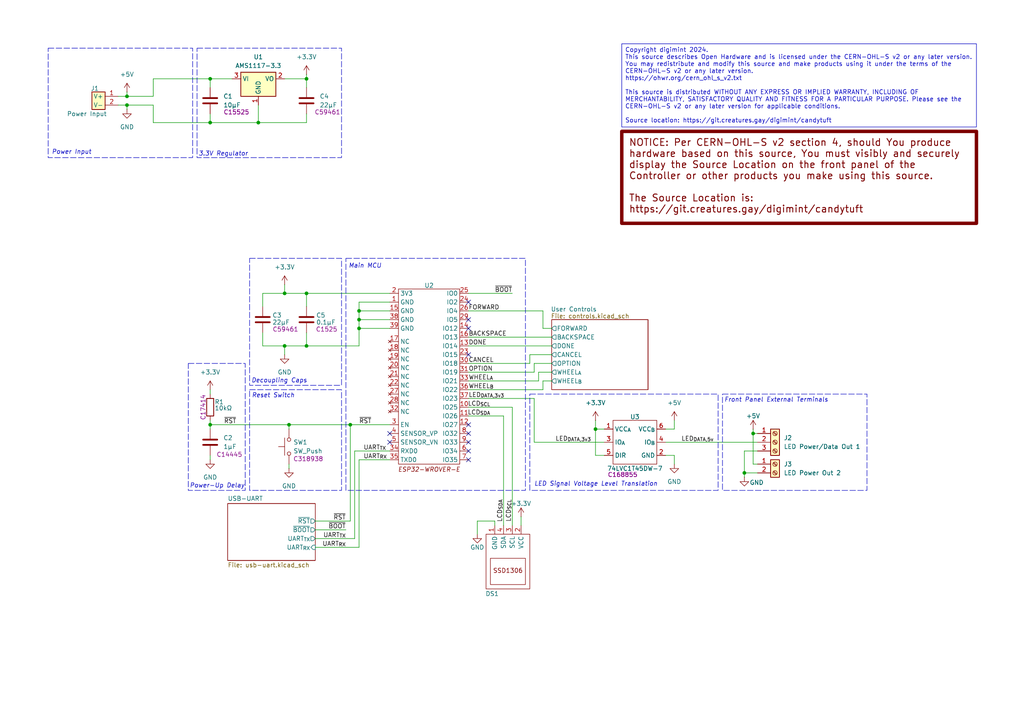
<source format=kicad_sch>
(kicad_sch (version 20231120) (generator "eeschema") (generator_version "8.0")
  (paper "A4")
  (title_block (title "Candytuft WS2811 Controller - Top Level") (date "2024-10-18") (rev "1") (company "https://git.creatures.gay/digimint/candytuft") (comment 3 "Licensed under the CERN OHL-S v2") (comment 4 "Copyright 2024 digimint"))
  (lib_symbols
    (symbol "Connector:Screw_Terminal_01x02" (pin_names (offset 1.016) hide)
      (property "Reference" "J" (at 0 2.54 0))
      (property "Value" "Screw_Terminal_01x02" (at 0 -5.08 0))
      (symbol "Screw_Terminal_01x02_1_1"
        (rectangle (start -1.27 1.27) (end 1.27 -3.81) (stroke (width 0.254)) (fill (type background)))
        (circle (center 0 -2.54) (radius 0.635) (stroke (width 0.1524)))
        (polyline (pts (xy -0.5334 -2.2098) (xy 0.3302 -3.048)) (stroke (width 0.1524)))
        (polyline (pts (xy -0.5334 0.3302) (xy 0.3302 -0.508)) (stroke (width 0.1524)))
        (polyline (pts (xy -0.3556 -2.032) (xy 0.508 -2.8702)) (stroke (width 0.1524)))
        (polyline (pts (xy -0.3556 0.508) (xy 0.508 -0.3302)) (stroke (width 0.1524)))
        (circle (center 0 0) (radius 0.635) (stroke (width 0.1524)))
        (pin passive line (at -5.08 0 0) (length 3.81) (name "Pin_1") (number "1"))
        (pin passive line (at -5.08 -2.54 0) (length 3.81) (name "Pin_2") (number "2"))
      )
    )
    (symbol "Connector:Screw_Terminal_01x03" (pin_names (offset 1.016) hide)
      (property "Reference" "J" (at 0 5.08 0))
      (property "Value" "Screw_Terminal_01x03" (at 0 -5.08 0))
      (symbol "Screw_Terminal_01x03_1_1"
        (rectangle (start -1.27 3.81) (end 1.27 -3.81) (stroke (width 0.254)) (fill (type background)))
        (circle (center 0 -2.54) (radius 0.635) (stroke (width 0.1524)))
        (polyline (pts (xy -0.5334 -2.2098) (xy 0.3302 -3.048)) (stroke (width 0.1524)))
        (polyline (pts (xy -0.5334 0.3302) (xy 0.3302 -0.508)) (stroke (width 0.1524)))
        (polyline (pts (xy -0.5334 2.8702) (xy 0.3302 2.032)) (stroke (width 0.1524)))
        (polyline (pts (xy -0.3556 -2.032) (xy 0.508 -2.8702)) (stroke (width 0.1524)))
        (polyline (pts (xy -0.3556 0.508) (xy 0.508 -0.3302)) (stroke (width 0.1524)))
        (polyline (pts (xy -0.3556 3.048) (xy 0.508 2.2098)) (stroke (width 0.1524)))
        (circle (center 0 0) (radius 0.635) (stroke (width 0.1524)))
        (circle (center 0 2.54) (radius 0.635) (stroke (width 0.1524)))
        (pin passive line (at -5.08 2.54 0) (length 3.81) (name "Pin_1") (number "1"))
        (pin passive line (at -5.08 0 0) (length 3.81) (name "Pin_2") (number "2"))
        (pin passive line (at -5.08 -2.54 0) (length 3.81) (name "Pin_3") (number "3"))
      )
    )
    (symbol "Device:C" (pin_numbers hide) (pin_names (offset 0.254))
      (property "Reference" "C" (at 0.635 2.54 0))
      (property "Value" "C" (at 0.635 -2.54 0))
      (symbol "C_0_1"
        (polyline (pts (xy -2.032 -0.762) (xy 2.032 -0.762)) (stroke (width 0.508)))
        (polyline (pts (xy -2.032 0.762) (xy 2.032 0.762)) (stroke (width 0.508)))
      )
      (symbol "C_1_1"
        (pin passive line (at 0 3.81 270) (length 2.794) (name "~") (number "1"))
        (pin passive line (at 0 -3.81 90) (length 2.794) (name "~") (number "2"))
      )
    )
    (symbol "Device:R" (pin_numbers hide) (pin_names (offset 0))
      (property "Reference" "R" (at 2.032 0 90))
      (property "Value" "R" (at 0 0 90))
      (symbol "R_0_1"
        (rectangle (start -1.016 -2.54) (end 1.016 2.54) (stroke (width 0.254)))
      )
      (symbol "R_1_1"
        (pin passive line (at 0 3.81 270) (length 1.27) (name "~") (number "1"))
        (pin passive line (at 0 -3.81 90) (length 1.27) (name "~") (number "2"))
      )
    )
    (symbol "Regulator_Linear:AMS1117-3.3"
      (property "Reference" "U" (at -3.81 3.175 0))
      (property "Value" "AMS1117-3.3" (at 0 3.175 0))
      (symbol "AMS1117-3.3_0_1"
        (rectangle (start -5.08 -5.08) (end 5.08 1.905) (stroke (width 0.254)) (fill (type background)))
      )
      (symbol "AMS1117-3.3_1_1"
        (pin power_in line (at 0 -7.62 90) (length 2.54) (name "GND") (number "1"))
        (pin power_out line (at 7.62 0 180) (length 2.54) (name "VO") (number "2"))
        (pin power_in line (at -7.62 0 0) (length 2.54) (name "VI") (number "3"))
      )
    )
    (symbol "Switch:SW_Push" (pin_numbers hide) (pin_names (offset 1.016) hide)
      (property "Reference" "SW" (at 1.27 2.54 0))
      (property "Value" "SW_Push" (at 0 -1.524 0))
      (symbol "SW_Push_0_1"
        (circle (center -2.032 0) (radius 0.508))
        (polyline (pts (xy 0 1.27) (xy 0 3.048)))
        (polyline (pts (xy 2.54 1.27) (xy -2.54 1.27)))
        (circle (center 2.032 0) (radius 0.508))
        (pin passive line (at -5.08 0 0) (length 2.54) (name "1") (number "1"))
        (pin passive line (at 5.08 0 180) (length 2.54) (name "2") (number "2"))
      )
    )
    (symbol "candytuft:74LVC1T45DW-7"
      (property "Reference" "U" (at -5.334 7.366 0))
      (property "Value" "74LVC1T45DW-7" (at 0.254 -7.62 0))
      (symbol "74LVC1T45DW-7_0_1"
        (rectangle (start -6.35 6.35) (end 6.35 -6.35))
      )
      (symbol "74LVC1T45DW-7_1_1"
        (pin power_in line (at -8.89 3.81 0) (length 2.54) (name "VCC_{A}") (number "1"))
        (pin power_in line (at 8.89 -3.81 180) (length 2.54) (name "GND") (number "2"))
        (pin bidirectional line (at -8.89 0 0) (length 2.54) (name "IO_{A}") (number "3"))
        (pin bidirectional line (at 8.89 0 180) (length 2.54) (name "IO_{B}") (number "4"))
        (pin input line (at -8.89 -3.81 0) (length 2.54) (name "DIR") (number "5"))
        (pin power_in line (at 8.89 3.81 180) (length 2.54) (name "VCC_{B}") (number "6"))
      )
    )
    (symbol "candytuft:ESP32-WROVER-E"
      (property "Reference" "U" (at -8.128 26.416 0))
      (symbol "ESP32-WROVER-E_0_1"
        (rectangle (start -8.89 25.4) (end 8.89 -25.4))
      )
      (symbol "ESP32-WROVER-E_1_1"
        (text "ESP32-WROVER-E" (at 0 -26.924 0) (effects (font (size 1.27 1.27) (italic yes))))
        (pin power_in line (at -11.43 21.59 0) (length 2.54) (name "GND") (number "1"))
        (pin bidirectional line (at 11.43 -8.89 180) (length 2.54) (name "IO25") (number "10"))
        (pin bidirectional line (at 11.43 -11.43 180) (length 2.54) (name "IO26") (number "11"))
        (pin bidirectional line (at 11.43 -13.97 180) (length 2.54) (name "IO27") (number "12"))
        (pin bidirectional line (at 11.43 8.89 180) (length 2.54) (name "IO14") (number "13"))
        (pin bidirectional line (at 11.43 13.97 180) (length 2.54) (name "IO12") (number "14"))
        (pin power_in line (at -11.43 19.05 0) (length 2.54) (name "GND") (number "15"))
        (pin bidirectional line (at 11.43 11.43 180) (length 2.54) (name "IO13") (number "16"))
        (pin no_connect line (at -11.43 10.16 0) (length 2.54) (name "NC") (number "17"))
        (pin no_connect line (at -11.43 7.62 0) (length 2.54) (name "NC") (number "18"))
        (pin no_connect line (at -11.43 5.08 0) (length 2.54) (name "NC") (number "19"))
        (pin power_in line (at -11.43 24.13 0) (length 2.54) (name "3V3") (number "2"))
        (pin no_connect line (at -11.43 2.54 0) (length 2.54) (name "NC") (number "20"))
        (pin no_connect line (at -11.43 0 0) (length 2.54) (name "NC") (number "21"))
        (pin no_connect line (at -11.43 -2.54 0) (length 2.54) (name "NC") (number "22"))
        (pin bidirectional line (at 11.43 6.35 180) (length 2.54) (name "IO15") (number "23"))
        (pin bidirectional line (at 11.43 21.59 180) (length 2.54) (name "IO2") (number "24"))
        (pin bidirectional line (at 11.43 24.13 180) (length 2.54) (name "IO0") (number "25"))
        (pin bidirectional line (at 11.43 19.05 180) (length 2.54) (name "IO4") (number "26"))
        (pin no_connect line (at -11.43 -5.08 0) (length 2.54) (name "NC") (number "27"))
        (pin no_connect line (at -11.43 -7.62 0) (length 2.54) (name "NC") (number "28"))
        (pin bidirectional line (at 11.43 16.51 180) (length 2.54) (name "IO5") (number "29"))
        (pin input line (at -11.43 -13.97 0) (length 2.54) (name "EN") (number "3"))
        (pin bidirectional line (at 11.43 3.81 180) (length 2.54) (name "IO18") (number "30"))
        (pin bidirectional line (at 11.43 1.27 180) (length 2.54) (name "IO19") (number "31"))
        (pin no_connect line (at -11.43 -10.16 0) (length 2.54) (name "NC") (number "32"))
        (pin bidirectional line (at 11.43 -1.27 180) (length 2.54) (name "IO21") (number "33"))
        (pin bidirectional line (at -11.43 -21.59 0) (length 2.54) (name "RXD0") (number "34"))
        (pin bidirectional line (at -11.43 -24.13 0) (length 2.54) (name "TXD0") (number "35"))
        (pin bidirectional line (at 11.43 -3.81 180) (length 2.54) (name "IO22") (number "36"))
        (pin bidirectional line (at 11.43 -6.35 180) (length 2.54) (name "IO23") (number "37"))
        (pin power_in line (at -11.43 16.51 0) (length 2.54) (name "GND") (number "38"))
        (pin power_in line (at -11.43 13.97 0) (length 2.54) (name "GND") (number "39"))
        (pin input line (at -11.43 -16.51 0) (length 2.54) (name "SENSOR_VP") (number "4"))
        (pin input line (at -11.43 -19.05 0) (length 2.54) (name "SENSOR_VN") (number "5"))
        (pin input line (at 11.43 -21.59 180) (length 2.54) (name "IO34") (number "6"))
        (pin input line (at 11.43 -24.13 180) (length 2.54) (name "IO35") (number "7"))
        (pin bidirectional line (at 11.43 -16.51 180) (length 2.54) (name "IO32") (number "8"))
        (pin bidirectional line (at 11.43 -19.05 180) (length 2.54) (name "IO33") (number "9"))
      )
    )
    (symbol "candytuft:Power_Input"
      (property "Reference" "J" (at 1.778 3.556 0))
      (symbol "Power_Input_1_1"
        (rectangle (start 1.27 2.54) (end 5.08 -2.54) (stroke (width 0.254)) (fill (type background)))
        (pin power_out line (at -2.54 1.27 0) (length 3.81) (name "V+") (number "1"))
        (pin power_out line (at -2.54 -1.27 0) (length 3.81) (name "V-") (number "2"))
      )
    )
    (symbol "candytuft:SSD1306_IIC_Connector"
      (property "Reference" "DS" (at 8.509 -7.366 0))
      (symbol "SSD1306_IIC_Connector_0_1"
        (rectangle (start -6.35 6.35) (end 9.525 -6.35))
        (rectangle (start 8.255 -5.08) (end 0.635 5.08))
      )
      (symbol "SSD1306_IIC_Connector_1_1"
        (text "SSD1306" (at 4.191 0 900) (effects (font (size 1.27 1.27))))
        (pin power_in line (at -8.89 -3.81 0) (length 2.54) (name "GND") (number "1"))
        (pin power_in line (at -8.89 3.81 0) (length 2.54) (name "VCC") (number "2"))
        (pin bidirectional line (at -8.89 1.27 0) (length 2.54) (name "SCL") (number "3"))
        (pin bidirectional line (at -8.89 -1.27 0) (length 2.54) (name "SDA") (number "4"))
      )
    )
    (symbol "power:+3.3V" (power) (pin_numbers hide) (pin_names (offset 0) hide)
      (property "Value" "+3.3V" (at 0 3.556 0))
      (symbol "+3.3V_0_1"
        (polyline (pts (xy -0.762 1.27) (xy 0 2.54)))
        (polyline (pts (xy 0 0) (xy 0 2.54)))
        (polyline (pts (xy 0 2.54) (xy 0.762 1.27)))
      )
      (symbol "+3.3V_1_1"
        (pin power_in line (at 0 0 90) (length 0) (name "~") (number "1"))
      )
    )
    (symbol "power:+5V" (power) (pin_numbers hide) (pin_names (offset 0) hide)
      (property "Value" "+5V" (at 0 3.556 0))
      (symbol "+5V_0_1"
        (polyline (pts (xy -0.762 1.27) (xy 0 2.54)))
        (polyline (pts (xy 0 0) (xy 0 2.54)))
        (polyline (pts (xy 0 2.54) (xy 0.762 1.27)))
      )
      (symbol "+5V_1_1"
        (pin power_in line (at 0 0 90) (length 0) (name "~") (number "1"))
      )
    )
    (symbol "power:GND" (power) (pin_numbers hide) (pin_names (offset 0) hide)
      (property "Value" "GND" (at 0 -3.81 0))
      (symbol "GND_0_1"
        (polyline (pts (xy 0 0) (xy 0 -1.27) (xy 1.27 -1.27) (xy 0 -2.54) (xy -1.27 -1.27) (xy 0 -1.27)))
      )
      (symbol "GND_1_1"
        (pin power_in line (at 0 0 270) (length 0) (name "~") (number "1"))
      )
    )
  )
  (junction (at 172.72 124.46))
  (junction (at 60.96 35.56))
  (junction (at 104.14 95.25))
  (junction (at 82.55 85.09))
  (junction (at 88.9 22.86))
  (junction (at 82.55 100.33))
  (junction (at 88.9 100.33))
  (junction (at 88.9 85.09))
  (junction (at 104.14 92.71))
  (junction (at 60.96 22.86))
  (junction (at 104.14 90.17))
  (junction (at 101.6 123.19))
  (junction (at 74.93 35.56))
  (junction (at 83.82 123.19))
  (junction (at 60.96 123.19))
  (junction (at 218.44 125.73))
  (junction (at 36.83 27.94))
  (junction (at 36.83 30.48))
  (junction (at 215.9 137.16))
  (no_connect (at 113.03 128.27))
  (no_connect (at 135.89 125.73))
  (no_connect (at 113.03 125.73))
  (no_connect (at 135.89 95.25))
  (no_connect (at 135.89 92.71))
  (no_connect (at 135.89 128.27))
  (no_connect (at 135.89 87.63))
  (no_connect (at 135.89 123.19))
  (no_connect (at 135.89 130.81))
  (no_connect (at 135.89 133.35))
  (no_connect (at 135.89 102.87))
  (wire (pts (xy 101.6 123.19) (xy 101.6 151.13)))
  (wire (pts (xy 104.14 87.63) (xy 104.14 90.17)))
  (wire (pts (xy 104.14 90.17) (xy 113.03 90.17)))
  (wire (pts (xy 36.83 30.48) (xy 36.83 31.75)))
  (wire (pts (xy 154.94 107.95) (xy 154.94 105.41)))
  (wire (pts (xy 44.45 35.56) (xy 60.96 35.56)))
  (wire (pts (xy 82.55 100.33) (xy 82.55 102.87)))
  (wire (pts (xy 218.44 125.73) (xy 218.44 134.62)))
  (wire (pts (xy 91.44 151.13) (xy 101.6 151.13)))
  (wire (pts (xy 153.67 102.87) (xy 153.67 105.41)))
  (wire (pts (xy 135.89 118.11) (xy 148.59 118.11)))
  (wire (pts (xy 76.2 100.33) (xy 82.55 100.33)))
  (wire (pts (xy 101.6 123.19) (xy 113.03 123.19)))
  (wire (pts (xy 215.9 138.43) (xy 215.9 137.16)))
  (wire (pts (xy 102.87 130.81) (xy 113.03 130.81)))
  (wire (pts (xy 82.55 22.86) (xy 88.9 22.86)))
  (wire (pts (xy 34.29 27.94) (xy 36.83 27.94)))
  (wire (pts (xy 76.2 96.52) (xy 76.2 100.33)))
  (wire (pts (xy 88.9 85.09) (xy 88.9 88.9)))
  (wire (pts (xy 104.14 90.17) (xy 104.14 92.71)))
  (wire (pts (xy 172.72 124.46) (xy 175.26 124.46)))
  (wire (pts (xy 135.89 85.09) (xy 148.59 85.09)))
  (wire (pts (xy 88.9 22.86) (xy 88.9 25.4)))
  (wire (pts (xy 160.02 107.95) (xy 156.21 107.95)))
  (wire (pts (xy 195.58 124.46) (xy 193.04 124.46)))
  (wire (pts (xy 44.45 27.94) (xy 44.45 22.86)))
  (wire (pts (xy 74.93 35.56) (xy 88.9 35.56)))
  (wire (pts (xy 160.02 102.87) (xy 153.67 102.87)))
  (wire (pts (xy 102.87 130.81) (xy 102.87 156.21)))
  (wire (pts (xy 151.13 152.4) (xy 151.13 149.86)))
  (wire (pts (xy 153.67 105.41) (xy 135.89 105.41)))
  (wire (pts (xy 76.2 85.09) (xy 82.55 85.09)))
  (wire (pts (xy 135.89 100.33) (xy 160.02 100.33)))
  (wire (pts (xy 146.05 120.65) (xy 146.05 152.4)))
  (wire (pts (xy 154.94 128.27) (xy 175.26 128.27)))
  (wire (pts (xy 104.14 133.35) (xy 113.03 133.35)))
  (wire (pts (xy 88.9 100.33) (xy 88.9 96.52)))
  (wire (pts (xy 218.44 125.73) (xy 219.71 125.73)))
  (wire (pts (xy 172.72 121.92) (xy 172.72 124.46)))
  (wire (pts (xy 218.44 134.62) (xy 219.71 134.62)))
  (wire (pts (xy 104.14 92.71) (xy 104.14 95.25)))
  (wire (pts (xy 44.45 22.86) (xy 60.96 22.86)))
  (wire (pts (xy 154.94 105.41) (xy 160.02 105.41)))
  (wire (pts (xy 91.44 158.75) (xy 104.14 158.75)))
  (wire (pts (xy 60.96 123.19) (xy 83.82 123.19)))
  (wire (pts (xy 44.45 30.48) (xy 44.45 35.56)))
  (wire (pts (xy 218.44 124.46) (xy 218.44 125.73)))
  (wire (pts (xy 143.51 151.13) (xy 138.43 151.13)))
  (wire (pts (xy 104.14 95.25) (xy 104.14 100.33)))
  (wire (pts (xy 60.96 113.03) (xy 60.96 114.3)))
  (wire (pts (xy 60.96 33.02) (xy 60.96 35.56)))
  (wire (pts (xy 88.9 85.09) (xy 113.03 85.09)))
  (wire (pts (xy 36.83 27.94) (xy 44.45 27.94)))
  (wire (pts (xy 36.83 26.67) (xy 36.83 27.94)))
  (wire (pts (xy 135.89 115.57) (xy 154.94 115.57)))
  (wire (pts (xy 88.9 100.33) (xy 104.14 100.33)))
  (wire (pts (xy 34.29 30.48) (xy 36.83 30.48)))
  (wire (pts (xy 113.03 87.63) (xy 104.14 87.63)))
  (wire (pts (xy 156.21 107.95) (xy 156.21 110.49)))
  (wire (pts (xy 91.44 156.21) (xy 102.87 156.21)))
  (wire (pts (xy 82.55 85.09) (xy 88.9 85.09)))
  (wire (pts (xy 60.96 25.4) (xy 60.96 22.86)))
  (wire (pts (xy 100.33 153.67) (xy 91.44 153.67)))
  (wire (pts (xy 157.48 90.17) (xy 135.89 90.17)))
  (wire (pts (xy 215.9 130.81) (xy 219.71 130.81)))
  (wire (pts (xy 82.55 100.33) (xy 88.9 100.33)))
  (wire (pts (xy 88.9 35.56) (xy 88.9 33.02)))
  (wire (pts (xy 104.14 92.71) (xy 113.03 92.71)))
  (wire (pts (xy 104.14 95.25) (xy 113.03 95.25)))
  (wire (pts (xy 88.9 21.59) (xy 88.9 22.86)))
  (wire (pts (xy 160.02 95.25) (xy 157.48 95.25)))
  (wire (pts (xy 60.96 133.35) (xy 60.96 132.08)))
  (wire (pts (xy 135.89 120.65) (xy 146.05 120.65)))
  (wire (pts (xy 83.82 135.89) (xy 83.82 134.62)))
  (wire (pts (xy 82.55 82.55) (xy 82.55 85.09)))
  (wire (pts (xy 148.59 118.11) (xy 148.59 152.4)))
  (wire (pts (xy 157.48 113.03) (xy 157.48 110.49)))
  (wire (pts (xy 172.72 124.46) (xy 172.72 132.08)))
  (wire (pts (xy 83.82 124.46) (xy 83.82 123.19)))
  (wire (pts (xy 104.14 133.35) (xy 104.14 158.75)))
  (wire (pts (xy 60.96 22.86) (xy 67.31 22.86)))
  (wire (pts (xy 143.51 151.13) (xy 143.51 152.4)))
  (wire (pts (xy 215.9 137.16) (xy 219.71 137.16)))
  (wire (pts (xy 195.58 132.08) (xy 195.58 134.62)))
  (wire (pts (xy 76.2 85.09) (xy 76.2 88.9)))
  (wire (pts (xy 193.04 132.08) (xy 195.58 132.08)))
  (wire (pts (xy 175.26 132.08) (xy 172.72 132.08)))
  (wire (pts (xy 195.58 121.92) (xy 195.58 124.46)))
  (wire (pts (xy 154.94 115.57) (xy 154.94 128.27)))
  (wire (pts (xy 135.89 110.49) (xy 156.21 110.49)))
  (wire (pts (xy 215.9 130.81) (xy 215.9 137.16)))
  (wire (pts (xy 60.96 35.56) (xy 74.93 35.56)))
  (wire (pts (xy 60.96 121.92) (xy 60.96 123.19)))
  (wire (pts (xy 157.48 110.49) (xy 160.02 110.49)))
  (wire (pts (xy 157.48 95.25) (xy 157.48 90.17)))
  (wire (pts (xy 138.43 151.13) (xy 138.43 154.94)))
  (wire (pts (xy 135.89 97.79) (xy 160.02 97.79)))
  (wire (pts (xy 135.89 107.95) (xy 154.94 107.95)))
  (wire (pts (xy 36.83 30.48) (xy 44.45 30.48)))
  (wire (pts (xy 193.04 128.27) (xy 219.71 128.27)))
  (wire (pts (xy 135.89 113.03) (xy 157.48 113.03)))
  (wire (pts (xy 60.96 123.19) (xy 60.96 124.46)))
  (wire (pts (xy 74.93 30.48) (xy 74.93 35.56)))
  (wire (pts (xy 83.82 123.19) (xy 101.6 123.19)))
  (rectangle (start 54.61 105.41) (end 71.12 142.24) (stroke (width 0) (type dash)))
  (rectangle (start 100.33 74.93) (end 152.4 142.24) (stroke (width 0) (type dash)))
  (rectangle (start 72.39 74.93) (end 99.06 111.76) (stroke (width 0) (type dash)))
  (rectangle (start 209.55 114.3) (end 251.46 142.24) (stroke (width 0) (type dash)))
  (rectangle (start 13.97 13.97) (end 55.88 45.72) (stroke (width 0) (type dash)))
  (rectangle (start 153.67 114.3) (end 208.28 142.24) (stroke (width 0) (type dash)))
  (rectangle (start 57.15 13.97) (end 99.06 45.72) (stroke (width 0) (type dash)))
  (rectangle (start 72.39 113.03) (end 99.06 142.24) (stroke (width 0) (type dash)))
  (text_box "Copyright digimint 2024.\nThis source describes Open Hardware and is licensed under the CERN-OHL-S v2 or any later version.\nYou may redistribute and modify this source and make products using it under the terms of the CERN-OHL-S v2 or any later version.\nhttps://ohwr.org/cern_ohl_s_v2.txt\n\nThis source is distributed WITHOUT ANY EXPRESS OR IMPLIED WARRANTY, INCLUDING OF MERCHANTABILITY, SATISFACTORY QUALITY AND FITNESS FOR A PARTICULAR PURPOSE. Please see the CERN-OHL-S v2 or any later version for applicable conditions.\n\nSource location: https://git.creatures.gay/digimint/candytuft" (at 180.34 12.7 0) (size 102.87 24.13) (effects (font (size 1.27 1.27)) (justify left top)))
  (text_box "NOTICE: Per CERN-OHL-S v2 section 4, should You produce hardware based on this source, You must visibly and securely display the Source Location on the front panel of the Controller or other products you make using this source.\n\nThe Source Location is:\nhttps://git.creatures.gay/digimint/candytuft" (at 180.34 38.1 0) (size 102.87 26.67) (stroke (width 1) (color 122 0 0 1)) (effects (font (size 2 2) (thickness 0.254) (bold yes)) (justify left top)))
  (text "Reset Switch" (at 79.248 114.808 0) (effects (font (size 1.27 1.27) (italic yes))))
  (text "Power-Up Delay" (at 62.992 140.97 0) (effects (font (size 1.27 1.27) (italic yes))))
  (text "Main MCU" (at 101.092 77.216 0) (effects (font (size 1.27 1.27) (italic yes)) (justify left)))
  (text "Front Panel External Terminals" (at 210.058 116.078 0) (effects (font (size 1.27 1.27) (italic yes)) (justify left)))
  (text "Power Input" (at 14.986 44.196 0) (effects (font (size 1.27 1.27) (italic yes)) (justify left)))
  (text "LED Signal Voltage Level Translation" (at 154.94 140.462 0) (effects (font (size 1.27 1.27) (italic yes)) (justify left)))
  (text "3.3V Regulator" (at 64.77 44.704 0) (effects (font (size 1.27 1.27) (italic yes))))
  (text "Decoupling Caps" (at 72.898 110.49 0) (effects (font (size 1.27 1.27) (italic yes)) (justify left)))
  (label "DONE" (at 135.89 100.33 0))
  (label "BACKSPACE" (at 135.89 97.79 0))
  (label "~{BOOT}" (at 148.59 85.09 180))
  (label "~{BOOT}" (at 100.33 153.67 180))
  (label "~{RST}" (at 100.33 151.13 180))
  (label "UART_{TX}" (at 105.41 130.81 0))
  (label "LCD_{SCL}" (at 148.59 144.78 270))
  (label "CANCEL" (at 135.89 105.41 0))
  (label "WHEEL_{B}" (at 135.89 113.03 0))
  (label "LED_{DATA,3v3}" (at 135.89 115.57 0))
  (label "UART_{RX}" (at 100.33 158.75 180))
  (label "UART_{RX}" (at 105.41 133.35 0))
  (label "LED_{DATA,5v}" (at 207.01 128.27 180))
  (label "WHEEL_{A}" (at 135.89 110.49 0))
  (label "~{RST}" (at 104.14 123.19 0))
  (label "OPTION" (at 135.89 107.95 0))
  (label "~{RST}" (at 68.58 123.19 180))
  (label "LED_{DATA,3v3}" (at 171.45 128.27 180))
  (label "FORWARD" (at 135.89 90.17 0))
  (label "LCD_{SDA}" (at 142.24 120.65 180))
  (label "LCD_{SCL}" (at 142.24 118.11 180))
  (label "UART_{TX}" (at 100.33 156.21 180))
  (label "LCD_{SDA}" (at 146.05 144.78 270))
  (symbol (lib_id "candytuft:ESP32-WROVER-E") (at 124.46 109.22 0) (unit 1)
    (property "Reference" "U2" (at 124.46 82.804 0))
    (property "Value" "Espressif ESP32 microcontroller with additional SPI PSRAM" (effects (hide yes)))
    (property "Footprint" "candytuft:ESP32-WROVER" (effects (hide yes)))
    (property "Description" "Espressif ESP32 microcontroller with additional SPI PSRAM" (effects (hide yes)))
  )
  (symbol (lib_id "power:+3.3V") (at 82.55 82.55 0) (unit 1)
    (property "Reference" "#PWR05" (effects (hide yes)))
    (property "Value" "+3.3V" (at 82.55 77.47 0))
    (property "Description" "Power symbol creates a global label with name \"+3.3V\"" (effects (hide yes)))
  )
  (symbol (lib_id "Connector:Screw_Terminal_01x03") (at 224.79 128.27 0) (unit 1)
    (property "Reference" "J2" (at 227.33 126.9999 0) (effects (justify left)))
    (property "Value" "LED Power/Data Out 1" (at 227.33 129.5399 0) (effects (justify left)))
    (property "Footprint" "TerminalBlock:TerminalBlock_bornier-3_P5.08mm" (effects (hide yes)))
    (property "Description" "Generic screw terminal, single row, 01x03, script generated (kicad-library-utils/schlib/autogen/connector/)" (effects (hide yes)))
  )
  (symbol (lib_id "power:+5V") (at 195.58 121.92 0) (unit 1)
    (property "Reference" "#PWR012" (effects (hide yes)))
    (property "Value" "+5V" (at 195.58 116.84 0))
    (property "Description" "Power symbol creates a global label with name \"+5V\"" (effects (hide yes)))
  )
  (symbol (lib_id "power:GND") (at 138.43 154.94 0) (unit 1)
    (property "Reference" "#PWR09" (effects (hide yes)))
    (property "Value" "GND" (at 138.43 158.75 0))
    (property "Description" "Power symbol creates a global label with name \"GND\" , ground" (effects (hide yes)))
  )
  (symbol (lib_id "Device:C") (at 76.2 92.71 0) (unit 1)
    (property "Reference" "C3" (at 78.994 91.44 0) (effects (justify left)))
    (property "Value" "22μF" (at 78.994 93.472 0) (effects (justify left)))
    (property "Footprint" "Capacitor_SMD:C_0603_1608Metric" (effects (hide yes)))
    (property "Description" "Unpolarized capacitor" (effects (hide yes)))
    (property "LCSC" "C59461" (at 82.804 95.504 0))
  )
  (symbol (lib_id "power:+3.3V") (at 172.72 121.92 0) (unit 1)
    (property "Reference" "#PWR011" (effects (hide yes)))
    (property "Value" "+3.3V" (at 172.72 116.84 0))
    (property "Description" "Power symbol creates a global label with name \"+3.3V\"" (effects (hide yes)))
  )
  (symbol (lib_id "power:+5V") (at 36.83 26.67 0) (unit 1)
    (property "Reference" "#PWR01" (effects (hide yes)))
    (property "Value" "+5V" (at 36.83 21.59 0))
    (property "Description" "Power symbol creates a global label with name \"+5V\"" (effects (hide yes)))
  )
  (symbol (lib_id "power:GND") (at 36.83 31.75 0) (unit 1)
    (property "Reference" "#PWR02" (effects (hide yes)))
    (property "Value" "GND" (at 36.83 36.83 0))
    (property "Description" "Power symbol creates a global label with name \"GND\" , ground" (effects (hide yes)))
  )
  (symbol (lib_id "Device:R") (at 60.96 118.11 0) (unit 1)
    (property "Reference" "R1" (at 62.23 116.586 0) (effects (justify left)))
    (property "Value" "10kΩ" (at 62.23 118.364 0) (effects (justify left)))
    (property "Footprint" "Resistor_SMD:R_0805_2012Metric" (effects (hide yes)))
    (property "Description" "Resistor" (effects (hide yes)))
    (property "LCSC" "C17414" (at 58.928 118.11 90))
  )
  (symbol (lib_id "power:GND") (at 195.58 134.62 0) (unit 1)
    (property "Reference" "#PWR013" (effects (hide yes)))
    (property "Value" "GND" (at 195.58 139.7 0))
    (property "Description" "Power symbol creates a global label with name \"GND\" , ground" (effects (hide yes)))
  )
  (symbol (lib_id "Device:C") (at 88.9 29.21 0) (unit 1)
    (property "Reference" "C4" (at 92.71 27.9399 0) (effects (justify left)))
    (property "Value" "22μF" (at 92.71 30.4799 0) (effects (justify left)))
    (property "Footprint" "Capacitor_SMD:C_0603_1608Metric" (effects (hide yes)))
    (property "Description" "Unpolarized capacitor" (effects (hide yes)))
    (property "LCSC" "C59461" (at 94.996 32.512 0))
  )
  (symbol (lib_id "power:GND") (at 82.55 102.87 0) (unit 1)
    (property "Reference" "#PWR06" (effects (hide yes)))
    (property "Value" "GND" (at 82.55 107.95 0))
    (property "Description" "Power symbol creates a global label with name \"GND\" , ground" (effects (hide yes)))
  )
  (symbol (lib_id "candytuft:SSD1306_IIC_Connector") (at 147.32 161.29 270) (unit 1)
    (property "Reference" "DS1" (at 142.748 172.212 90))
    (property "Value" "I2C LCD" (effects (hide yes)))
    (property "Footprint" "Connector_PinSocket_2.54mm:PinSocket_1x04_P2.54mm_Vertical" (effects (hide yes)))
  )
  (symbol (lib_id "power:+3.3V") (at 88.9 21.59 0) (unit 1)
    (property "Reference" "#PWR08" (effects (hide yes)))
    (property "Value" "+3.3V" (at 88.9 16.51 0))
    (property "Description" "Power symbol creates a global label with name \"+3.3V\"" (effects (hide yes)))
  )
  (symbol (lib_id "power:+5V") (at 218.44 124.46 0) (unit 1)
    (property "Reference" "#PWR015" (effects (hide yes)))
    (property "Value" "+5V" (at 218.44 120.65 0))
    (property "Description" "Power symbol creates a global label with name \"+5V\"" (effects (hide yes)))
  )
  (symbol (lib_id "candytuft:74LVC1T45DW-7") (at 184.15 128.27 0) (unit 1)
    (property "Reference" "U3" (at 184.15 120.904 0))
    (property "Value" "74LVC1T45DW-7" (at 184.15 135.89 0))
    (property "Footprint" "Package_TO_SOT_SMD:SOT-363_SC-70-6" (effects (hide yes)))
    (property "Description" "Bidirectional voltage translator" (effects (hide yes)))
    (property "LCSC" "C168855" (at 180.594 137.668 0))
  )
  (symbol (lib_id "power:GND") (at 60.96 133.35 0) (unit 1)
    (property "Reference" "#PWR04" (effects (hide yes)))
    (property "Value" "GND" (at 60.96 138.43 0))
    (property "Description" "Power symbol creates a global label with name \"GND\" , ground" (effects (hide yes)))
  )
  (symbol (lib_id "Device:C") (at 88.9 92.71 0) (unit 1)
    (property "Reference" "C5" (at 91.694 91.44 0) (effects (justify left)))
    (property "Value" "0.1μF" (at 91.694 93.472 0) (effects (justify left)))
    (property "Footprint" "Capacitor_SMD:C_0402_1005Metric" (effects (hide yes)))
    (property "Description" "Unpolarized capacitor" (effects (hide yes)))
    (property "LCSC" "C1525" (at 94.742 95.504 0))
  )
  (symbol (lib_id "Regulator_Linear:AMS1117-3.3") (at 74.93 22.86 0) (unit 1)
    (property "Reference" "U1" (at 74.93 16.51 0))
    (property "Value" "AMS1117-3.3" (at 74.93 19.05 0))
    (property "Footprint" "Package_TO_SOT_SMD:SOT-223-3_TabPin2" (effects (hide yes)))
    (property "Datasheet" "http://www.advanced-monolithic.com/pdf/ds1117.pdf" (effects (hide yes)))
    (property "Description" "1A Low Dropout regulator, positive, 3.3V fixed output, SOT-223" (effects (hide yes)))
  )
  (symbol (lib_id "Connector:Screw_Terminal_01x02") (at 224.79 134.62 0) (unit 1)
    (property "Reference" "J3" (at 227.33 134.6199 0) (effects (justify left)))
    (property "Value" "LED Power Out 2" (at 227.33 137.1599 0) (effects (justify left)))
    (property "Footprint" "TerminalBlock:TerminalBlock_bornier-2_P5.08mm" (effects (hide yes)))
    (property "Description" "Generic screw terminal, single row, 01x02, script generated (kicad-library-utils/schlib/autogen/connector/)" (effects (hide yes)))
  )
  (symbol (lib_id "Device:C") (at 60.96 29.21 180) (unit 1)
    (property "Reference" "C1" (at 64.77 27.9399 0) (effects (justify right)))
    (property "Value" "10μF" (at 64.77 30.4799 0) (effects (justify right)))
    (property "Footprint" "Capacitor_SMD:C_0603_1608Metric" (effects (hide yes)))
    (property "Description" "Unpolarized capacitor" (effects (hide yes)))
    (property "LCSC" "C15525" (at 68.58 32.512 0))
  )
  (symbol (lib_id "Device:C") (at 60.96 128.27 0) (unit 1)
    (property "Reference" "C2" (at 64.77 126.9999 0) (effects (justify left)))
    (property "Value" "1μF" (at 64.77 129.5399 0) (effects (justify left)))
    (property "Footprint" "Capacitor_SMD:C_0402_1005Metric" (effects (hide yes)))
    (property "Description" "Unpolarized capacitor" (effects (hide yes)))
    (property "LCSC" "C14445" (at 66.548 131.826 0))
  )
  (symbol (lib_id "power:+3.3V") (at 60.96 113.03 0) (unit 1)
    (property "Reference" "#PWR03" (effects (hide yes)))
    (property "Value" "+3.3V" (at 60.96 107.95 0))
    (property "Description" "Power symbol creates a global label with name \"+3.3V\"" (effects (hide yes)))
  )
  (symbol (lib_id "power:GND") (at 83.82 135.89 0) (unit 1)
    (property "Reference" "#PWR07" (effects (hide yes)))
    (property "Value" "GND" (at 83.82 140.97 0))
    (property "Description" "Power symbol creates a global label with name \"GND\" , ground" (effects (hide yes)))
  )
  (symbol (lib_id "Switch:SW_Push") (at 83.82 129.54 90) (unit 1)
    (property "Reference" "SW1" (at 85.09 128.2699 90) (effects (justify right)))
    (property "Value" "SW_Push" (at 85.09 130.8099 90) (effects (justify right)))
    (property "Footprint" "candytuft:TS-1101-C-W Button" (effects (hide yes)))
    (property "Description" "Push button switch, generic, two pins" (effects (hide yes)))
    (property "LCSC" "C318938" (at 89.408 133.096 90))
  )
  (symbol (lib_id "candytuft:Power_Input") (at 31.75 29.21 0) (mirror y) (unit 1)
    (property "Reference" "J1" (at 28.702 25.654 0) (effects (justify left)))
    (property "Value" "Power Input" (at 30.988 33.02 0) (effects (justify left)))
    (property "Footprint" "candytuft:HB9500-2p" (effects (hide yes)))
    (property "Description" "Generic screw terminal, single row, 01x02, script generated (kicad-library-utils/schlib/autogen/connector/)" (effects (hide yes)))
  )
  (symbol (lib_id "power:GND") (at 215.9 138.43 0) (unit 1)
    (property "Reference" "#PWR014" (effects (hide yes)))
    (property "Value" "GND" (at 219.456 139.954 0))
    (property "Description" "Power symbol creates a global label with name \"GND\" , ground" (effects (hide yes)))
  )
  (symbol (lib_id "power:+3.3V") (at 151.13 149.86 0) (unit 1)
    (property "Reference" "#PWR010" (effects (hide yes)))
    (property "Value" "+3.3V" (at 151.13 146.05 0))
    (property "Description" "Power symbol creates a global label with name \"+3.3V\"" (effects (hide yes)))
  )
  (sheet (at 66.04 146.05) (size 25.4 16.51) (stroke (width 0.1524))
    (property "Sheetname" "USB-UART" (at 66.04 145.3384 0) (effects (justify left bottom)))
    (property "Sheetfile" "usb-uart.kicad_sch" (at 66.04 163.1446 0) (effects (justify left top)))
    (pin "~{RST}" output (at 91.44 151.13 0))
    (pin "UART_{RX}" input (at 91.44 158.75 0))
    (pin "~{BOOT}" output (at 91.44 153.67 0))
    (pin "UART_{TX}" output (at 91.44 156.21 0))
  )
  (sheet (at 160.02 92.71) (size 27.94 20.32) (stroke (width 0.1524))
    (property "Sheetname" "User Controls" (at 159.766 90.424 0) (effects (justify left bottom)))
    (property "Sheetfile" "controls.kicad_sch" (at 159.766 90.932 0) (effects (justify left top)))
    (pin "OPTION" output (at 160.02 105.41 180))
    (pin "FORWARD" output (at 160.02 95.25 180))
    (pin "DONE" output (at 160.02 100.33 180))
    (pin "CANCEL" output (at 160.02 102.87 180))
    (pin "BACKSPACE" output (at 160.02 97.79 180))
    (pin "WHEEL_{A}" output (at 160.02 107.95 180))
    (pin "WHEEL_{B}" output (at 160.02 110.49 180))
  )
)
</source>
